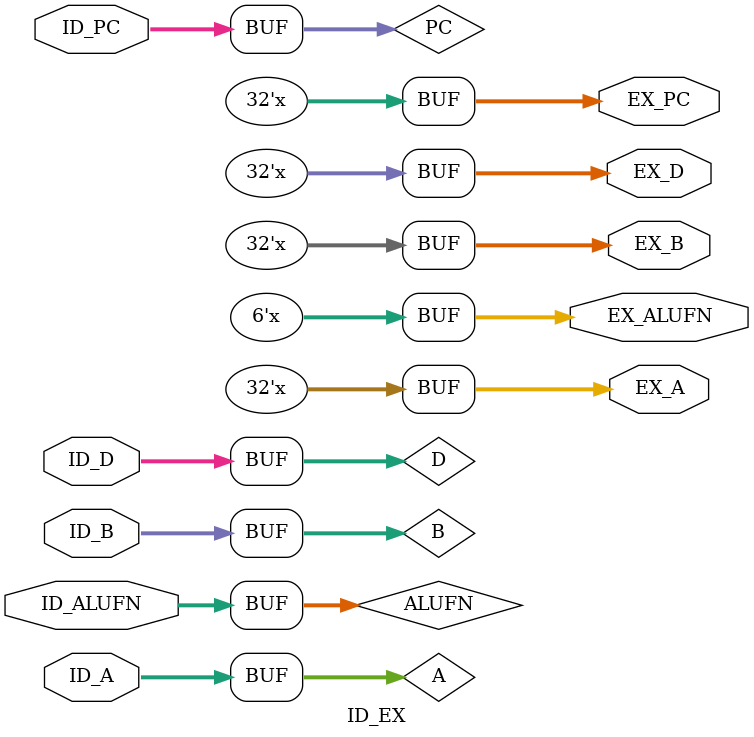
<source format=v>
`timescale 1ns / 1ps

module ID_EX(
        input [31:0] ID_PC,
        input [5:0] ID_ALUFN,
        input [31:0] ID_A,
        input [31:0] ID_B,
        input [31:0] ID_D,
        output reg [31:0] EX_PC,
        output reg [5:0] EX_ALUFN,
        output reg [31:0] EX_A,
        output reg [31:0] EX_B,
        output reg [31:0] EX_D
    );
    
    reg [31:0] PC;
    reg [5:0] ALUFN;
    reg [31:0] A;
    reg [31:0] B;
    reg [31:0] D;
    
    always @(*)
    begin
        //data in pipeline register
        PC <= ID_PC;
        ALUFN <= ID_ALUFN;
        A <= ID_A;
        B <= ID_B;
        D <= ID_D;
        
        //data sent
        EX_PC <= PC;
        EX_ALUFN <= ALUFN;
        EX_A <= A;
        EX_B <= B;
        EX_D <= D;
    end
    
endmodule

</source>
